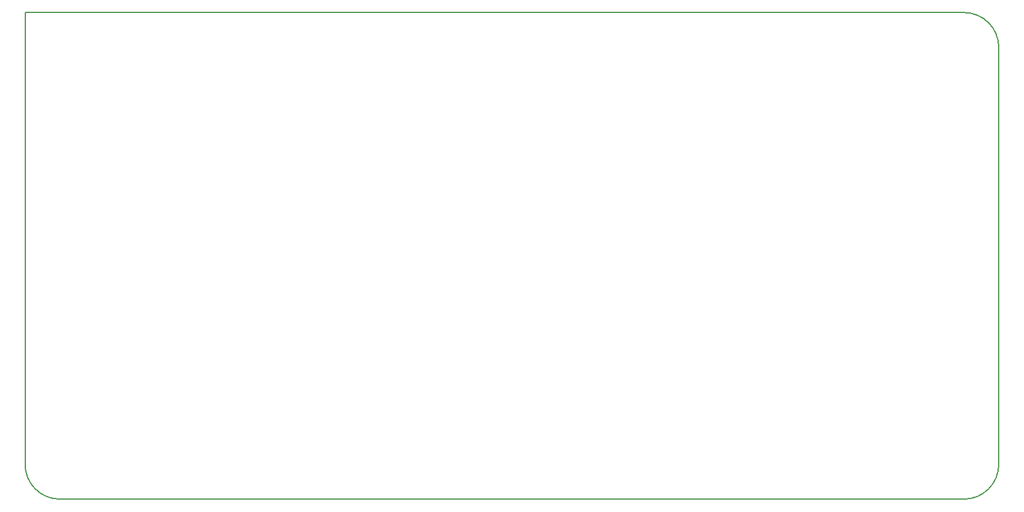
<source format=gm1>
%TF.GenerationSoftware,KiCad,Pcbnew,(5.1.6-0-10_14)*%
%TF.CreationDate,2021-04-08T13:55:21+02:00*%
%TF.ProjectId,gp-controlboard,67702d63-6f6e-4747-926f-6c626f617264,rev?*%
%TF.SameCoordinates,Original*%
%TF.FileFunction,Profile,NP*%
%FSLAX46Y46*%
G04 Gerber Fmt 4.6, Leading zero omitted, Abs format (unit mm)*
G04 Created by KiCad (PCBNEW (5.1.6-0-10_14)) date 2021-04-08 13:55:21*
%MOMM*%
%LPD*%
G01*
G04 APERTURE LIST*
%TA.AperFunction,Profile*%
%ADD10C,0.200000*%
%TD*%
G04 APERTURE END LIST*
D10*
X105000000Y-140000000D02*
G75*
G02*
X100000000Y-135000000I0J5000000D01*
G01*
X240000000Y-135000000D02*
G75*
G02*
X235000000Y-140000000I-5000000J0D01*
G01*
X235000000Y-70000000D02*
G75*
G02*
X240000000Y-75000000I0J-5000000D01*
G01*
X100000000Y-135000000D02*
X100000000Y-70000000D01*
X235000000Y-140000000D02*
X105000000Y-140000000D01*
X240000000Y-75000000D02*
X240000000Y-135000000D01*
X100000000Y-70000000D02*
X235000000Y-70000000D01*
M02*

</source>
